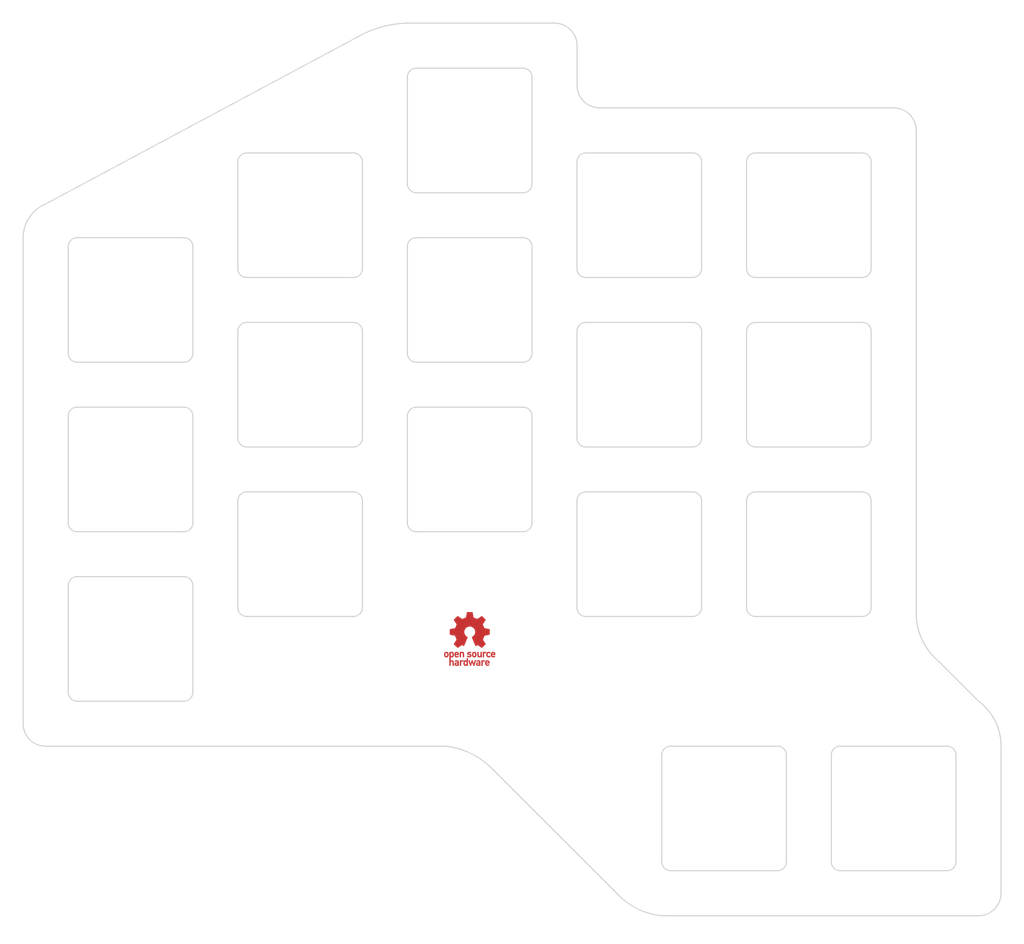
<source format=kicad_pcb>
(kicad_pcb (version 20211014) (generator pcbnew)
  (title_block (title "Pragmatic 5x6 input module") (date "2022-03-22") (rev "3") (company "James Sa"))
  (layers (0 "F.Cu" signal) (31 "B.Cu" signal) (34 "B.Paste" user) (35 "F.Paste" user) (36 "B.SilkS" user "B.Silkscreen") (37 "F.SilkS" user "F.Silkscreen") (38 "B.Mask" user) (39 "F.Mask" user) (44 "Edge.Cuts" user))
  (net 0 "")
  (footprint "Keyboard_JSA:Switch_Hole_Cutout_w_Deco" (layer "F.Cu") (at 57.15 76.2)
    (fp_text reference "SW1" hide)
    (fp_text value "SW_Push" hide)
    (fp_line (start -6 -7) (end 6 -7) (layer "Edge.Cuts") (width 0.12))
    (fp_line (start -6 7) (end 6 7) (layer "Edge.Cuts") (width 0.12))
    (fp_line (start 7 6) (end 7 -6) (layer "Edge.Cuts") (width 0.12))
    (fp_line (start -7 6) (end -7 -6) (layer "Edge.Cuts") (width 0.12))
    (fp_arc (start -7 -6) (mid -6.707107 -6.707107) (end -6 -7) (layer "Edge.Cuts") (width 0.12))
    (fp_arc (start 6 -7) (mid 6.707107 -6.707107) (end 7 -6) (layer "Edge.Cuts") (width 0.12))
    (fp_arc (start -6 7) (mid -6.707107 6.707107) (end -7 6) (layer "Edge.Cuts") (width 0.12))
    (fp_arc (start 7 6) (mid 6.707107 6.707107) (end 6 7) (layer "Edge.Cuts") (width 0.12))
  )
  (footprint "Keyboard_JSA:Switch_Hole_Cutout_w_Deco" (layer "F.Cu") (at 57.15 95.25)
    (fp_text reference "SW7" hide)
    (fp_text value "SW_Push" hide)
    (fp_line (start -6 -7) (end 6 -7) (layer "Edge.Cuts") (width 0.12))
    (fp_line (start 7 6) (end 7 -6) (layer "Edge.Cuts") (width 0.12))
    (fp_line (start -7 6) (end -7 -6) (layer "Edge.Cuts") (width 0.12))
    (fp_line (start -6 7) (end 6 7) (layer "Edge.Cuts") (width 0.12))
    (fp_arc (start 6 -7) (mid 6.707107 -6.707107) (end 7 -6) (layer "Edge.Cuts") (width 0.12))
    (fp_arc (start -6 7) (mid -6.707107 6.707107) (end -7 6) (layer "Edge.Cuts") (width 0.12))
    (fp_arc (start 7 6) (mid 6.707107 6.707107) (end 6 7) (layer "Edge.Cuts") (width 0.12))
    (fp_arc (start -7 -6) (mid -6.707107 -6.707107) (end -6 -7) (layer "Edge.Cuts") (width 0.12))
  )
  (footprint "Keyboard_JSA:Switch_Hole_Cutout_w_Deco" (layer "F.Cu") (at 76.2 85.725)
    (fp_text reference "SW8" hide)
    (fp_text value "SW_Push" hide)
    (fp_line (start -6 -7) (end 6 -7) (layer "Edge.Cuts") (width 0.12))
    (fp_line (start 7 6) (end 7 -6) (layer "Edge.Cuts") (width 0.12))
    (fp_line (start -6 7) (end 6 7) (layer "Edge.Cuts") (width 0.12))
    (fp_line (start -7 6) (end -7 -6) (layer "Edge.Cuts") (width 0.12))
    (fp_arc (start -6 7) (mid -6.707107 6.707107) (end -7 6) (layer "Edge.Cuts") (width 0.12))
    (fp_arc (start 7 6) (mid 6.707107 6.707107) (end 6 7) (layer "Edge.Cuts") (width 0.12))
    (fp_arc (start -7 -6) (mid -6.707107 -6.707107) (end -6 -7) (layer "Edge.Cuts") (width 0.12))
    (fp_arc (start 6 -7) (mid 6.707107 -6.707107) (end 7 -6) (layer "Edge.Cuts") (width 0.12))
  )
  (footprint "Keyboard_JSA:Switch_Hole_Cutout_w_Deco" (layer "F.Cu") (at 76.2 66.675)
    (fp_text reference "SW2" hide)
    (fp_text value "SW_Push" hide)
    (fp_line (start -6 7) (end 6 7) (layer "Edge.Cuts") (width 0.12))
    (fp_line (start -6 -7) (end 6 -7) (layer "Edge.Cuts") (width 0.12))
    (fp_line (start -7 6) (end -7 -6) (layer "Edge.Cuts") (width 0.12))
    (fp_line (start 7 6) (end 7 -6) (layer "Edge.Cuts") (width 0.12))
    (fp_arc (start -7 -6) (mid -6.707107 -6.707107) (end -6 -7) (layer "Edge.Cuts") (width 0.12))
    (fp_arc (start -6 7) (mid -6.707107 6.707107) (end -7 6) (layer "Edge.Cuts") (width 0.12))
    (fp_arc (start 6 -7) (mid 6.707107 -6.707107) (end 7 -6) (layer "Edge.Cuts") (width 0.12))
    (fp_arc (start 7 6) (mid 6.707107 6.707107) (end 6 7) (layer "Edge.Cuts") (width 0.12))
  )
  (footprint "Keyboard_JSA:Switch_Hole_Cutout_w_Deco" (layer "F.Cu") (at 95.25 57.15)
    (fp_text reference "SW3" hide)
    (fp_text value "SW_Push" hide)
    (fp_line (start -6 -7) (end 6 -7) (layer "Edge.Cuts") (width 0.12))
    (fp_line (start -7 6) (end -7 -6) (layer "Edge.Cuts") (width 0.12))
    (fp_line (start 7 6) (end 7 -6) (layer "Edge.Cuts") (width 0.12))
    (fp_line (start -6 7) (end 6 7) (layer "Edge.Cuts") (width 0.12))
    (fp_arc (start -7 -6) (mid -6.707107 -6.707107) (end -6 -7) (layer "Edge.Cuts") (width 0.12))
    (fp_arc (start 7 6) (mid 6.707107 6.707107) (end 6 7) (layer "Edge.Cuts") (width 0.12))
    (fp_arc (start -6 7) (mid -6.707107 6.707107) (end -7 6) (layer "Edge.Cuts") (width 0.12))
    (fp_arc (start 6 -7) (mid 6.707107 -6.707107) (end 7 -6) (layer "Edge.Cuts") (width 0.12))
  )
  (footprint "Keyboard_JSA:Switch_Hole_Cutout_w_Deco" (layer "F.Cu") (at 114.3 66.675)
    (fp_text reference "SW4" hide)
    (fp_text value "SW_Push" hide)
    (fp_line (start -6 -7) (end 6 -7) (layer "Edge.Cuts") (width 0.12))
    (fp_line (start -6 7) (end 6 7) (layer "Edge.Cuts") (width 0.12))
    (fp_line (start -7 6) (end -7 -6) (layer "Edge.Cuts") (width 0.12))
    (fp_line (start 7 6) (end 7 -6) (layer "Edge.Cuts") (width 0.12))
    (fp_arc (start -7 -6) (mid -6.707107 -6.707107) (end -6 -7) (layer "Edge.Cuts") (width 0.12))
    (fp_arc (start -6 7) (mid -6.707107 6.707107) (end -7 6) (layer "Edge.Cuts") (width 0.12))
    (fp_arc (start 6 -7) (mid 6.707107 -6.707107) (end 7 -6) (layer "Edge.Cuts") (width 0.12))
    (fp_arc (start 7 6) (mid 6.707107 6.707107) (end 6 7) (layer "Edge.Cuts") (width 0.12))
  )
  (footprint "Keyboard_JSA:Switch_Hole_Cutout_w_Deco" (layer "F.Cu") (at 133.35 66.675)
    (fp_text reference "SW5" hide)
    (fp_text value "SW_Push" hide)
    (fp_line (start -6 -7) (end 6 -7) (layer "Edge.Cuts") (width 0.12))
    (fp_line (start -6 7) (end 6 7) (layer "Edge.Cuts") (width 0.12))
    (fp_line (start 7 6) (end 7 -6) (layer "Edge.Cuts") (width 0.12))
    (fp_line (start -7 6) (end -7 -6) (layer "Edge.Cuts") (width 0.12))
    (fp_arc (start 7 6) (mid 6.707107 6.707107) (end 6 7) (layer "Edge.Cuts") (width 0.12))
    (fp_arc (start -6 7) (mid -6.707107 6.707107) (end -7 6) (layer "Edge.Cuts") (width 0.12))
    (fp_arc (start 6 -7) (mid 6.707107 -6.707107) (end 7 -6) (layer "Edge.Cuts") (width 0.12))
    (fp_arc (start -7 -6) (mid -6.707107 -6.707107) (end -6 -7) (layer "Edge.Cuts") (width 0.12))
  )
  (footprint "Keyboard_JSA:Switch_Hole_Cutout_w_Deco" (layer "F.Cu") (at 95.25 76.2)
    (fp_text reference "SW9" hide)
    (fp_text value "SW_Push" hide)
    (fp_line (start 7 6) (end 7 -6) (layer "Edge.Cuts") (width 0.12))
    (fp_line (start -6 -7) (end 6 -7) (layer "Edge.Cuts") (width 0.12))
    (fp_line (start -6 7) (end 6 7) (layer "Edge.Cuts") (width 0.12))
    (fp_line (start -7 6) (end -7 -6) (layer "Edge.Cuts") (width 0.12))
    (fp_arc (start -7 -6) (mid -6.707107 -6.707107) (end -6 -7) (layer "Edge.Cuts") (width 0.12))
    (fp_arc (start 6 -7) (mid 6.707107 -6.707107) (end 7 -6) (layer "Edge.Cuts") (width 0.12))
    (fp_arc (start 7 6) (mid 6.707107 6.707107) (end 6 7) (layer "Edge.Cuts") (width 0.12))
    (fp_arc (start -6 7) (mid -6.707107 6.707107) (end -7 6) (layer "Edge.Cuts") (width 0.12))
  )
  (footprint "Keyboard_JSA:Switch_Hole_Cutout_w_Deco" (layer "F.Cu") (at 114.3 85.725)
    (fp_text reference "SW10" hide)
    (fp_text value "SW_Push" hide)
    (fp_line (start -7 6) (end -7 -6) (layer "Edge.Cuts") (width 0.12))
    (fp_line (start -6 7) (end 6 7) (layer "Edge.Cuts") (width 0.12))
    (fp_line (start -6 -7) (end 6 -7) (layer "Edge.Cuts") (width 0.12))
    (fp_line (start 7 6) (end 7 -6) (layer "Edge.Cuts") (width 0.12))
    (fp_arc (start -6 7) (mid -6.707107 6.707107) (end -7 6) (layer "Edge.Cuts") (width 0.12))
    (fp_arc (start -7 -6) (mid -6.707107 -6.707107) (end -6 -7) (layer "Edge.Cuts") (width 0.12))
    (fp_arc (start 7 6) (mid 6.707107 6.707107) (end 6 7) (layer "Edge.Cuts") (width 0.12))
    (fp_arc (start 6 -7) (mid 6.707107 -6.707107) (end 7 -6) (layer "Edge.Cuts") (width 0.12))
  )
  (footprint "Keyboard_JSA:Switch_Hole_Cutout_w_Deco" (layer "F.Cu") (at 133.35 85.725)
    (fp_text reference "SW11" hide)
    (fp_text value "SW_Push" hide)
    (fp_line (start -7 6) (end -7 -6) (layer "Edge.Cuts") (width 0.12))
    (fp_line (start -6 -7) (end 6 -7) (layer "Edge.Cuts") (width 0.12))
    (fp_line (start 7 6) (end 7 -6) (layer "Edge.Cuts") (width 0.12))
    (fp_line (start -6 7) (end 6 7) (layer "Edge.Cuts") (width 0.12))
    (fp_arc (start -6 7) (mid -6.707107 6.707107) (end -7 6) (layer "Edge.Cuts") (width 0.12))
    (fp_arc (start -7 -6) (mid -6.707107 -6.707107) (end -6 -7) (layer "Edge.Cuts") (width 0.12))
    (fp_arc (start 6 -7) (mid 6.707107 -6.707107) (end 7 -6) (layer "Edge.Cuts") (width 0.12))
    (fp_arc (start 7 6) (mid 6.707107 6.707107) (end 6 7) (layer "Edge.Cuts") (width 0.12))
  )
  (footprint "Keyboard_JSA:Switch_Hole_Cutout_w_Deco" (layer "F.Cu") (at 57.15 114.3)
    (fp_text reference "SW13" hide)
    (fp_text value "SW_Push" hide)
    (fp_line (start -6 7) (end 6 7) (layer "Edge.Cuts") (width 0.12))
    (fp_line (start -7 6) (end -7 -6) (layer "Edge.Cuts") (width 0.12))
    (fp_line (start -6 -7) (end 6 -7) (layer "Edge.Cuts") (width 0.12))
    (fp_line (start 7 6) (end 7 -6) (layer "Edge.Cuts") (width 0.12))
    (fp_arc (start -7 -6) (mid -6.707107 -6.707107) (end -6 -7) (layer "Edge.Cuts") (width 0.12))
    (fp_arc (start 6 -7) (mid 6.707107 -6.707107) (end 7 -6) (layer "Edge.Cuts") (width 0.12))
    (fp_arc (start -6 7) (mid -6.707107 6.707107) (end -7 6) (layer "Edge.Cuts") (width 0.12))
    (fp_arc (start 7 6) (mid 6.707107 6.707107) (end 6 7) (layer "Edge.Cuts") (width 0.12))
  )
  (footprint "Keyboard_JSA:Switch_Hole_Cutout_w_Deco" (layer "F.Cu") (at 76.2 104.775)
    (fp_text reference "SW14" hide)
    (fp_text value "SW_Push" hide)
    (fp_line (start 7 6) (end 7 -6) (layer "Edge.Cuts") (width 0.12))
    (fp_line (start -7 6) (end -7 -6) (layer "Edge.Cuts") (width 0.12))
    (fp_line (start -6 7) (end 6 7) (layer "Edge.Cuts") (width 0.12))
    (fp_line (start -6 -7) (end 6 -7) (layer "Edge.Cuts") (width 0.12))
    (fp_arc (start 7 6) (mid 6.707107 6.707107) (end 6 7) (layer "Edge.Cuts") (width 0.12))
    (fp_arc (start -6 7) (mid -6.707107 6.707107) (end -7 6) (layer "Edge.Cuts") (width 0.12))
    (fp_arc (start -7 -6) (mid -6.707107 -6.707107) (end -6 -7) (layer "Edge.Cuts") (width 0.12))
    (fp_arc (start 6 -7) (mid 6.707107 -6.707107) (end 7 -6) (layer "Edge.Cuts") (width 0.12))
  )
  (footprint "Keyboard_JSA:Switch_Hole_Cutout_w_Deco" (layer "F.Cu") (at 95.25 95.25)
    (fp_text reference "SW15" hide)
    (fp_text value "SW_Push" hide)
    (fp_line (start -6 7) (end 6 7) (layer "Edge.Cuts") (width 0.12))
    (fp_line (start -6 -7) (end 6 -7) (layer "Edge.Cuts") (width 0.12))
    (fp_line (start 7 6) (end 7 -6) (layer "Edge.Cuts") (width 0.12))
    (fp_line (start -7 6) (end -7 -6) (layer "Edge.Cuts") (width 0.12))
    (fp_arc (start -6 7) (mid -6.707107 6.707107) (end -7 6) (layer "Edge.Cuts") (width 0.12))
    (fp_arc (start 7 6) (mid 6.707107 6.707107) (end 6 7) (layer "Edge.Cuts") (width 0.12))
    (fp_arc (start 6 -7) (mid 6.707107 -6.707107) (end 7 -6) (layer "Edge.Cuts") (width 0.12))
    (fp_arc (start -7 -6) (mid -6.707107 -6.707107) (end -6 -7) (layer "Edge.Cuts") (width 0.12))
  )
  (footprint "Keyboard_JSA:Switch_Hole_Cutout_w_Deco" (layer "F.Cu") (at 114.3 104.775)
    (fp_text reference "SW16" hide)
    (fp_text value "SW_Push" hide)
    (fp_line (start -7 6) (end -7 -6) (layer "Edge.Cuts") (width 0.12))
    (fp_line (start 7 6) (end 7 -6) (layer "Edge.Cuts") (width 0.12))
    (fp_line (start -6 7) (end 6 7) (layer "Edge.Cuts") (width 0.12))
    (fp_line (start -6 -7) (end 6 -7) (layer "Edge.Cuts") (width 0.12))
    (fp_arc (start 6 -7) (mid 6.707107 -6.707107) (end 7 -6) (layer "Edge.Cuts") (width 0.12))
    (fp_arc (start -6 7) (mid -6.707107 6.707107) (end -7 6) (layer "Edge.Cuts") (width 0.12))
    (fp_arc (start -7 -6) (mid -6.707107 -6.707107) (end -6 -7) (layer "Edge.Cuts") (width 0.12))
    (fp_arc (start 7 6) (mid 6.707107 6.707107) (end 6 7) (layer "Edge.Cuts") (width 0.12))
  )
  (footprint "Keyboard_JSA:Switch_Hole_Cutout_w_Deco" (layer "F.Cu") (at 133.35 104.775)
    (fp_text reference "SW17" hide)
    (fp_text value "SW_Push" hide)
    (fp_line (start -7 6) (end -7 -6) (layer "Edge.Cuts") (width 0.12))
    (fp_line (start -6 -7) (end 6 -7) (layer "Edge.Cuts") (width 0.12))
    (fp_line (start 7 6) (end 7 -6) (layer "Edge.Cuts") (width 0.12))
    (fp_line (start -6 7) (end 6 7) (layer "Edge.Cuts") (width 0.12))
    (fp_arc (start -7 -6) (mid -6.707107 -6.707107) (end -6 -7) (layer "Edge.Cuts") (width 0.12))
    (fp_arc (start 7 6) (mid 6.707107 6.707107) (end 6 7) (layer "Edge.Cuts") (width 0.12))
    (fp_arc (start 6 -7) (mid 6.707107 -6.707107) (end 7 -6) (layer "Edge.Cuts") (width 0.12))
    (fp_arc (start -6 7) (mid -6.707107 6.707107) (end -7 6) (layer "Edge.Cuts") (width 0.12))
  )
  (footprint "Keyboard_JSA:Switch_Hole_Cutout_w_Deco" (layer "F.Cu") (at 123.825 133.35)
    (fp_text reference "SW22" hide)
    (fp_text value "SW_Push" hide)
    (fp_line (start -6 7) (end 6 7) (layer "Edge.Cuts") (width 0.12))
    (fp_line (start -6 -7) (end 6 -7) (layer "Edge.Cuts") (width 0.12))
    (fp_line (start 7 6) (end 7 -6) (layer "Edge.Cuts") (width 0.12))
    (fp_line (start -7 6) (end -7 -6) (layer "Edge.Cuts") (width 0.12))
    (fp_arc (start -6 7) (mid -6.707107 6.707107) (end -7 6) (layer "Edge.Cuts") (width 0.12))
    (fp_arc (start 7 6) (mid 6.707107 6.707107) (end 6 7) (layer "Edge.Cuts") (width 0.12))
    (fp_arc (start -7 -6) (mid -6.707107 -6.707107) (end -6 -7) (layer "Edge.Cuts") (width 0.12))
    (fp_arc (start 6 -7) (mid 6.707107 -6.707107) (end 7 -6) (layer "Edge.Cuts") (width 0.12))
  )
  (footprint "Keyboard_JSA:Switch_Hole_Cutout_w_Deco" (layer "F.Cu") (at 142.875 133.35)
    (fp_text reference "SW23" hide)
    (fp_text value "SW_Push" hide)
    (fp_line (start -6 7) (end 6 7) (layer "Edge.Cuts") (width 0.12))
    (fp_line (start 7 6) (end 7 -6) (layer "Edge.Cuts") (width 0.12))
    (fp_line (start -6 -7) (end 6 -7) (layer "Edge.Cuts") (width 0.12))
    (fp_line (start -7 6) (end -7 -6) (layer "Edge.Cuts") (width 0.12))
    (fp_arc (start 6 -7) (mid 6.707107 -6.707107) (end 7 -6) (layer "Edge.Cuts") (width 0.12))
    (fp_arc (start -7 -6) (mid -6.707107 -6.707107) (end -6 -7) (layer "Edge.Cuts") (width 0.12))
    (fp_arc (start 7 6) (mid 6.707107 6.707107) (end 6 7) (layer "Edge.Cuts") (width 0.12))
    (fp_arc (start -6 7) (mid -6.707107 6.707107) (end -7 6) (layer "Edge.Cuts") (width 0.12))
  )
  (footprint "MountingHole:MountingHole_2.5mm" (layer "F.Cu") (at 67.564 76.2)
    (fp_text reference "H1")
    (fp_text value "MountingHole")
    (pad "" np_thru_hole circle (at 0 0) (size 2.5 2.5) (drill 2.5) (layers *.Cu *.Mask))
  )
  (footprint "MountingHole:MountingHole_2.5mm" (layer "F.Cu") (at 65.786 104.775)
    (fp_text reference "H2")
    (fp_text value "MountingHole")
    (pad "" np_thru_hole circle (at 0 0) (size 2.5 2.5) (drill 2.5) (layers *.Cu *.Mask))
  )
  (footprint "MountingHole:MountingHole_2.5mm" (layer "F.Cu") (at 123.825 76.2)
    (fp_text reference "H3")
    (fp_text value "MountingHole")
    (pad "" np_thru_hole circle (at 0 0) (size 2.5 2.5) (drill 2.5) (layers *.Cu *.Mask))
  )
  (footprint "MountingHole:MountingHole_2.5mm" (layer "F.Cu") (at 133.35 123.825)
    (fp_text reference "H4")
    (fp_text value "MountingHole" hide)
    (pad "" np_thru_hole circle (at 0 0) (size 2.5 2.5) (drill 2.5) (layers *.Cu *.Mask))
  )
  (footprint "Symbol:OSHW-Logo_5.7x6mm_Copper" (layer "F.Cu") (at 95.25 114.3)
    (fp_text reference "LOGO1" hide)
    (fp_text value "Logo_Open_Hardware_Small" hide)
    (fp_poly (pts (xy 1.038411 2.405417) (xy 1.091411 2.41829) (xy 1.106731 2.42511) (xy 1.136428 2.442974) (xy 1.15922 2.463093) (xy 1.176083 2.488962) (xy 1.187998 2.524073) (xy 1.195942 2.57192) (xy 1.200894 2.635996) (xy 1.203831 2.719794) (xy 1.204947 2.775768) (xy 1.209052 3.017822) (xy 1.138932 3.017822) (xy 1.096393 3.016038) (xy 1.074476 3.009942) (xy 1.068812 2.999706) (xy 1.065821 2.988637) (xy 1.052451 2.990754) (xy 1.034233 2.999629) (xy 0.988624 3.013233) (xy 0.930007 3.016899) (xy 0.868354 3.010903) (xy 0.813638 2.995521) (xy 0.80873 2.993386) (xy 0.758723 2.958255) (xy 0.725756 2.909419) (xy 0.710587 2.852333) (xy 0.711746 2.831824) (xy 0.835508 2.831824) (xy 0.846413 2.859425) (xy 0.878745 2.879204) (xy 0.93091 2.889819) (xy 0.958787 2.891228) (xy 1.005247 2.88762) (xy 1.036129 2.873597) (xy 1.043664 2.866931) (xy 1.064076 2.830666) (xy 1.068812 2.797773) (xy 1.068812 2.753763) (xy 1.007513 2.753763) (xy 0.936256 2.757395) (xy 0.886276 2.768818) (xy 0.854696 2.788824) (xy 0.847626 2.797743) (xy 0.835508 2.831824) (xy 0.711746 2.831824) (xy 0.713971 2.792456) (xy 0.736663 2.735244) (xy 0.767624 2.69658) (xy 0.786376 2.679864) (xy 0.804733 2.668878) (xy 0.828619 2.66218) (xy 0.863957 2.658326) (xy 0.916669 2.655873) (xy 0.937577 2.655168) (xy 1.068812 2.650879) (xy 1.06862 2.611158) (xy 1.063537 2.569405) (xy 1.045162 2.544158) (xy 1.008039 2.52803) (xy 1.007043 2.527742) (xy 0.95441 2.5214) (xy 0.902906 2.529684) (xy 0.86463 2.549827) (xy 0.849272 2.559773) (xy 0.83273 2.558397) (xy 0.807275 2.543987) (xy 0.792328 2.533817) (xy 0.763091 2.512088) (xy 0.74498 2.4958) (xy 0.742074 2.491137) (xy 0.75404 2.467005) (xy 0.789396 2.438185) (xy 0.804753 2.428461) (xy 0.848901 2.411714) (xy 0.908398 2.402227) (xy 0.974487 2.400095) (xy 1.038411 2.405417)) (layer "F.Cu") (width 0.01) (fill solid))
    (fp_poly (pts (xy 1.635255 2.401486) (xy 1.683595 2.411015) (xy 1.711114 2.425125) (xy 1.740064 2.448568) (xy 1.698876 2.500571) (xy 1.673482 2.532064) (xy 1.656238 2.547428) (xy 1.639102 2.549776) (xy 1.614027 2.542217) (xy 1.602257 2.537941) (xy 1.55427 2.531631) (xy 1.510324 2.545156) (xy 1.47806 2.57571) (xy 1.472819 2.585452) (xy 1.467112 2.611258) (xy 1.462706 2.658817) (xy 1.459811 2.724758) (xy 1.458631 2.80571) (xy 1.458614 2.817226) (xy 1.458614 3.017822) (xy 1.320297 3.017822) (xy 1.320297 2.401683) (xy 1.389456 2.401683) (xy 1.429333 2.402725) (xy 1.450107 2.407358) (xy 1.457789 2.417849) (xy 1.458614 2.427745) (xy 1.458614 2.453806) (xy 1.491745 2.427745) (xy 1.529735 2.409965) (xy 1.58077 2.401174) (xy 1.635255 2.401486)) (layer "F.Cu") (width 0.01) (fill solid))
    (fp_poly (pts (xy -0.754012 1.469002) (xy -0.722717 1.48395) (xy -0.692409 1.505541) (xy -0.669318 1.530391) (xy -0.6525 1.562087) (xy -0.641006 1.604214) (xy -0.633891 1.660358) (xy -0.630207 1.734106) (xy -0.629008 1.829044) (xy -0.628989 1.838985) (xy -0.628713 2.062179) (xy -0.76703 2.062179) (xy -0.76703 1.856418) (xy -0.767128 1.780189) (xy -0.767809 1.724939) (xy -0.769651 1.686501) (xy -0.773233 1.660706) (xy -0.779132 1.643384) (xy -0.787927 1.630368) (xy -0.80018 1.617507) (xy -0.843047 1.589873) (xy -0.889843 1.584745) (xy -0.934424 1.602217) (xy -0.949928 1.615221) (xy -0.96131 1.627447) (xy -0.969481 1.64054) (xy -0.974974 1.658615) (xy -0.97832 1.685787) (xy -0.980051 1.72617) (xy -0.980697 1.783879) (xy -0.980792 1.854132) (xy -0.980792 2.062179) (xy -1.119109 2.062179) (xy -1.119109 1.458614) (xy -1.04995 1.458614) (xy -1.008428 1.460256) (xy -0.987006 1.466087) (xy -0.980795 1.477461) (xy -0.980792 1.477798) (xy -0.97791 1.488938) (xy -0.965199 1.487674) (xy -0.939926 1.475434) (xy -0.882605 1.457424) (xy -0.817037 1.455421) (xy -0.754012 1.469002)) (layer "F.Cu") (width 0.01) (fill solid))
    (fp_poly (pts (xy -1.356699 1.472614) (xy -1.344168 1.478514) (xy -1.300799 1.510283) (xy -1.25979 1.556646) (xy -1.229168 1.607696) (xy -1.220459 1.631166) (xy -1.212512 1.673091) (xy -1.207774 1.723757) (xy -1.207199 1.744679) (xy -1.207129 1.810693) (xy -1.587083 1.810693) (xy -1.578983 1.845273) (xy -1.559104 1.88617) (xy -1.524347 1.921514) (xy -1.482998 1.944282) (xy -1.456649 1.94901) (xy -1.420916 1.943273) (xy -1.378282 1.928882) (xy -1.363799 1.922262) (xy -1.31024 1.895513) (xy -1.264533 1.930376) (xy -1.238158 1.953955) (xy -1.224124 1.973417) (xy -1.223414 1.979129) (xy -1.235951 1.992973) (xy -1.263428 2.014012) (xy -1.288366 2.030425) (xy -1.355664 2.05993) (xy -1.43111 2.073284) (xy -1.505888 2.069812) (xy -1.565495 2.051663) (xy -1.626941 2.012784) (xy -1.670608 1.961595) (xy -1.697926 1.895367) (xy -1.710322 1.811371) (xy -1.711421 1.772936) (xy -1.707022 1.684861) (xy -1.706482 1.682299) (xy -1.580582 1.682299) (xy -1.577115 1.690558) (xy -1.562863 1.695113) (xy -1.53347 1.697065) (xy -1.484575 1.697517) (xy -1.465748 1.697525) (xy -1.408467 1.696843) (xy -1.372141 1.694364) (xy -1.352604 1.689443) (xy -1.34569 1.681434) (xy -1.345445 1.678862) (xy -1.353336 1.658423) (xy -1.373085 1.629789) (xy -1.381575 1.619763) (xy -1.413094 1.591408) (xy -1.445949 1.580259) (xy -1.463651 1.579327) (xy -1.511539 1.590981) (xy -1.551699 1.622285) (xy -1.577173 1.667752) (xy -1.577625 1.669233) (xy -1.580582 1.682299) (xy -1.706482 1.682299) (xy -1.692392 1.61551) (xy -1.666038 1.560025) (xy -1.633807 1.520639) (xy -1.574217 1.477931) (xy -1.504168 1.455109) (xy -1.429661 1.453046) (xy -1.356699 1.472614)) (layer "F.Cu") (width 0.01) (fill solid))
    (fp_poly (pts (xy 2.677898 1.456457) (xy 2.710096 1.464279) (xy 2.771825 1.492921) (xy 2.82461 1.536667) (xy 2.861141 1.589117) (xy 2.86616 1.600893) (xy 2.873045 1.63174) (xy 2.877864 1.677371) (xy 2.879505 1.723492) (xy 2.879505 1.810693) (xy 2.697178 1.810693) (xy 2.621979 1.810978) (xy 2.569003 1.812704) (xy 2.535325 1.817181) (xy 2.51802 1.82572) (xy 2.514163 1.83963) (xy 2.520829 1.860222) (xy 2.53277 1.884315) (xy 2.56608 1.924525) (xy 2.612368 1.944558) (xy 2.668944 1.943905) (xy 2.733031 1.922101) (xy 2.788417 1.895193) (xy 2.834375 1.931532) (xy 2.880333 1.967872) (xy 2.837096 2.007819) (xy 2.779374 2.045563) (xy 2.708386 2.06832) (xy 2.632029 2.074688) (xy 2.558199 2.063268) (xy 2.546287 2.059393) (xy 2.481399 2.025506) (xy 2.43313 1.974986) (xy 2.400465 1.906325) (xy 2.382385 1.818014) (xy 2.382175 1.816121) (xy 2.380556 1.719878) (xy 2.3871 1.685542) (xy 2.514852 1.685542) (xy 2.526584 1.690822) (xy 2.558438 1.694867) (xy 2.605397 1.697176) (xy 2.635154 1.697525) (xy 2.690648 1.697306) (xy 2.725346 1.695916) (xy 2.743601 1.692251) (xy 2.749766 1.68521) (xy 2.748195 1.67369) (xy 2.746878 1.669233) (xy 2.724382 1.627355) (xy 2.689003 1.593604) (xy 2.65778 1.578773) (xy 2.616301 1.579668) (xy 2.574269 1.598164) (xy 2.539012 1.628786) (xy 2.517854 1.666062) (xy 2.514852 1.685542) (xy 2.3871 1.685542) (xy 2.39669 1.635229) (xy 2.428698 1.564191) (xy 2.474701 1.508779) (xy 2.532821 1.471009) (xy 2.60118 1.452896) (xy 2.677898 1.456457)) (layer "F.Cu") (width 0.01) (fill solid))
    (fp_poly (pts (xy 0.014017 1.456452) (xy 0.061634 1.465482) (xy 0.111034 1.48437) (xy 0.116312 1.486777) (xy 0.153774 1.506476) (xy 0.179717 1.524781) (xy 0.188103 1.536508) (xy 0.180117 1.555632) (xy 0.16072 1.58385) (xy 0.15211 1.594384) (xy 0.116628 1.635847) (xy 0.070885 1.608858) (xy 0.02735 1.590878) (xy -0.02295 1.581267) (xy -0.071188 1.58066) (xy -0.108533 1.589691) (xy -0.117495 1.595327) (xy -0.134563 1.621171) (xy -0.136637 1.650941) (xy -0.123866 1.674197) (xy -0.116312 1.678708) (xy -0.093675 1.684309) (xy -0.053885 1.690892) (xy -0.004834 1.697183) (xy 0.004215 1.69817) (xy 0.082996 1.711798) (xy 0.140136 1.734946) (xy 0.17803 1.769752) (xy 0.199079 1.818354) (xy 0.205635 1.877718) (xy 0.196577 1.945198) (xy 0.167164 1.998188) (xy 0.117278 2.036783) (xy 0.0468 2.061081) (xy -0.031435 2.070667) (xy -0.095234 2.070552) (xy -0.146984 2.061845) (xy -0.182327 2.049825) (xy -0.226983 2.02888) (xy -0.268253 2.004574) (xy -0.282921 1.993876) (xy -0.320643 1.963084) (xy -0.275148 1.917049) (xy -0.229653 1.871013) (xy -0.177928 1.905243) (xy -0.126048 1.930952) (xy -0.070649 1.944399) (xy -0.017395 1.945818) (xy 0.028049 1.935443) (xy 0.060016 1.913507) (xy 0.070338 1.894998) (xy 0.068789 1.865314) (xy 0.04314 1.842615) (xy -0.00654 1.82694) (xy -0.060969 1.819695) (xy -0.144736 1.805873) (xy -0.206967 1.779796) (xy -0.248493 1.740699) (xy -0.270147 1.68782) (xy -0.273147 1.625126) (xy -0.258329 1.559642) (xy -0.224546 1.510144) (xy -0.171495 1.476408) (xy -0.098874 1.458207) (xy -0.045072 1.454639) (xy 0.014017 1.456452)) (layer "F.Cu") (width 0.01) (fill solid))
    (fp_poly (pts (xy 2.032581 2.40497) (xy 2.092685 2.420597) (xy 2.143021 2.452848) (xy 2.167393 2.47694) (xy 2.207345 2.533895) (xy 2.230242 2.599965) (xy 2.238108 2.681182) (xy 2.238148 2.687748) (xy 2.238218 2.753763) (xy 1.858264 2.753763) (xy 1.866363 2.788342) (xy 1.880987 2.819659) (xy 1.906581 2.852291) (xy 1.911935 2.8575) (xy 1.957943 2.885694) (xy 2.01041 2.890475) (xy 2.070803 2.871926) (xy 2.08104 2.866931) (xy 2.112439 2.851745) (xy 2.13347 2.843094) (xy 2.137139 2.842293) (xy 2.149948 2.850063) (xy 2.174378 2.869072) (xy 2.186779 2.87946) (xy 2.212476 2.903321) (xy 2.220915 2.919077) (xy 2.215058 2.933571) (xy 2.211928 2.937534) (xy 2.190725 2.954879) (xy 2.155738 2.975959) (xy 2.131337 2.988265) (xy 2.062072 3.009946) (xy 1.985388 3.016971) (xy 1.912765 3.008647) (xy 1.892426 3.002686) (xy 1.829476 2.968952) (xy 1.782815 2.917045) (xy 1.752173 2.846459) (xy 1.737282 2.756692) (xy 1.735647 2.709753) (xy 1.740421 2.641413) (xy 1.86099 2.641413) (xy 1.872652 2.646465) (xy 1.903998 2.650429) (xy 1.949571 2.652768) (xy 1.980446 2.653169) (xy 2.035981 2.652783) (xy 2.071033 2.650975) (xy 2.090262 2.646773) (xy 2.09833 2.639203) (xy 2.099901 2.628218) (xy 2.089121 2.594381) (xy 2.06198 2.56094) (xy 2.026277 2.535272) (xy 1.99056 2.524772) (xy 1.942048 2.534086) (xy 1.900053 2.561013) (xy 1.870936 2.599827) (xy 1.86099 2.641413) (xy 1.740421 2.641413) (xy 1.742599 2.610236) (xy 1.764055 2.530949) (xy 1.80047 2.471263) (xy 1.852297 2.430549) (xy 1.91999 2.408179) (xy 1.956662 2.403871) (xy 2.032581 2.40497)) (layer "F.Cu") (width 0.01) (fill solid))
    (fp_poly (pts (xy -2.538261 1.465148) (xy -2.472479 1.494231) (xy -2.42254 1.542793) (xy -2.388374 1.610908) (xy -2.369907 1.698651) (xy -2.368583 1.712351) (xy -2.367546 1.808939) (xy -2.380993 1.893602) (xy -2.408108 1.962221) (xy -2.422627 1.984294) (xy -2.473201 2.031011) (xy -2.537609 2.061268) (xy -2.609666 2.073824) (xy -2.683185 2.067439) (xy -2.739072 2.047772) (xy -2.787132 2.014629) (xy -2.826412 1.971175) (xy -2.827092 1.970158) (xy -2.843044 1.943338) (xy -2.85341 1.916368) (xy -2.859688 1.882332) (xy -2.863373 1.83431) (xy -2.864997 1.794931) (xy -2.865672 1.759219) (xy -2.739955 1.759219) (xy -2.738726 1.79477) (xy -2.734266 1.842094) (xy -2.726397 1.872465) (xy -2.712207 1.894072) (xy -2.698917 1.906694) (xy -2.651802 1.933122) (xy -2.602505 1.936653) (xy -2.556593 1.917639) (xy -2.533638 1.896331) (xy -2.517096 1.874859) (xy -2.507421 1.854313) (xy -2.503174 1.827574) (xy -2.50292 1.787523) (xy -2.504228 1.750638) (xy -2.507043 1.697947) (xy -2.511505 1.663772) (xy -2.519548 1.64148) (xy -2.533103 1.624442) (xy -2.543845 1.614703) (xy -2.588777 1.589123) (xy -2.637249 1.587847) (xy -2.677894 1.602999) (xy -2.712567 1.634642) (xy -2.733224 1.68662) (xy -2.739955 1.759219) (xy -2.865672 1.759219) (xy -2.866479 1.716621) (xy -2.863948 1.658056) (xy -2.856362 1.614007) (xy -2.842681 1.579248) (xy -2.821865 1.548551) (xy -2.814147 1.539436) (xy -2.765889 1.494021) (xy -2.714128 1.467493) (xy -2.650828 1.456379) (xy -2.619961 1.455471) (xy -2.538261 1.465148)) (layer "F.Cu") (width 0.01) (fill solid))
    (fp_poly (pts (xy 0.993367 1.654342) (xy 0.994555 1.746563) (xy 0.998897 1.81661) (xy 1.007558 1.867381) (xy 1.021704 1.901772) (xy 1.0425 1.922679) (xy 1.07111 1.933) (xy 1.106535 1.935636) (xy 1.143636 1.932682) (xy 1.171818 1.921889) (xy 1.192243 1.90036) (xy 1.206079 1.865199) (xy 1.214491 1.81351) (xy 1.218643 1.742394) (xy 1.219703 1.654342) (xy 1.219703 1.458614) (xy 1.35802 1.458614) (xy 1.35802 2.062179) (xy 1.288862 2.062179) (xy 1.24717 2.060489) (xy 1.225701 2.054556) (xy 1.219703 2.043293) (xy 1.216091 2.033261) (xy 1.201714 2.035383) (xy 1.172736 2.04958) (xy 1.106319 2.07148) (xy 1.035875 2.069928) (xy 0.968377 2.046147) (xy 0.936233 2.027362) (xy 0.911715 2.007022) (xy 0.893804 1.981573) (xy 0.881479 1.947458) (xy 0.873723 1.901121) (xy 0.869516 1.839007) (xy 0.86784 1.757561) (xy 0.867624 1.694578) (xy 0.867624 1.458614) (xy 0.993367 1.458614) (xy 0.993367 1.654342)) (layer "F.Cu") (width 0.01) (fill solid))
    (fp_poly (pts (xy 0.281524 2.404237) (xy 0.331255 2.407971) (xy 0.461291 2.797773) (xy 0.481678 2.728614) (xy 0.493946 2.685874) (xy 0.510085 2.628115) (xy 0.527512 2.564625) (xy 0.536726 2.53057) (xy 0.571388 2.401683) (xy 0.714391 2.401683) (xy 0.671646 2.536857) (xy 0.650596 2.603342) (xy 0.625167 2.683539) (xy 0.59861 2.767193) (xy 0.574902 2.841782) (xy 0.520902 3.011535) (xy 0.462598 3.015328) (xy 0.404295 3.019122) (xy 0.372679 2.914734) (xy 0.353182 2.849889) (xy 0.331904 2.7784) (xy 0.313308 2.715263) (xy 0.312574 2.71275) (xy 0.298684 2.669969) (xy 0.286429 2.640779) (xy 0.277846 2.629741) (xy 0.276082 2.631018) (xy 0.269891 2.64813) (xy 0.258128 2.684787) (xy 0.242225 2.736378) (xy 0.223614 2.798294) (xy 0.213543 2.832352) (xy 0.159007 3.017822) (xy 0.043264 3.017822) (xy -0.049263 2.725471) (xy -0.075256 2.643462) (xy -0.098934 2.568987) (xy -0.11918 2.505544) (xy -0.134874 2.456632) (xy -0.144898 2.425749) (xy -0.147945 2.416726) (xy -0.145533 2.407487) (xy -0.126592 2.403441) (xy -0.087177 2.403846) (xy -0.081007 2.404152) (xy -0.007914 2.407971) (xy 0.039957 2.58401) (xy 0.057553 2.648211) (xy 0.073277 2.704649) (xy 0.085746 2.748422) (xy 0.093574 2.77463) (xy 0.09502 2.778903) (xy 0.101014 2.77399) (xy 0.113101 2.748532) (xy 0.129893 2.705997) (xy 0.150003 2.64985) (xy 0.167003 2.59913) (xy 0.231794 2.400504) (xy 0.281524 2.404237)) (layer "F.Cu") (width 0.01) (fill solid))
    (fp_poly (pts (xy 0.610762 1.466055) (xy 0.674363 1.500692) (xy 0.724123 1.555372) (xy 0.747568 1.599842) (xy 0.757634 1.639121) (xy 0.764156 1.695116) (xy 0.766951 1.759621) (xy 0.765836 1.824429) (xy 0.760626 1.881334) (xy 0.754541 1.911727) (xy 0.734014 1.953306) (xy 0.698463 1.997468) (xy 0.655619 2.036087) (xy 0.613211 2.061034) (xy 0.612177 2.06143) (xy 0.559553 2.072331) (xy 0.497188 2.072601) (xy 0.437924 2.062676) (xy 0.41504 2.054722) (xy 0.356102 2.0213) (xy 0.31389 1.977511) (xy 0.286156 1.919538) (xy 0.270651 1.843565) (xy 0.267143 1.803771) (xy 0.26759 1.753766) (xy 0.402376 1.753766) (xy 0.406917 1.826732) (xy 0.419986 1.882334) (xy 0.440756 1.917861) (xy 0.455552 1.92802) (xy 0.493464 1.935104) (xy 0.538527 1.933007) (xy 0.577487 1.922812) (xy 0.587704 1.917204) (xy 0.614659 1.884538) (xy 0.632451 1.834545) (xy 0.640024 1.773705) (xy 0.636325 1.708497) (xy 0.628057 1.669253) (xy 0.60432 1.623805) (xy 0.566849 1.595396) (xy 0.52172 1.585573) (xy 0.475011 1.595887) (xy 0.439132 1.621112) (xy 0.420277 1.641925) (xy 0.409272 1.662439) (xy 0.404026 1.690203) (xy 0.402449 1.732762) (xy 0.402376 1.753766) (xy 0.26759 1.753766) (xy 0.268094 1.69758) (xy 0.285388 1.610501) (xy 0.319029 1.54253) (xy 0.369018 1.493664) (xy 0.435356 1.463899) (xy 0.449601 1.460448) (xy 0.53521 1.452345) (xy 0.610762 1.466055)) (layer "F.Cu") (width 0.01) (fill solid))
    (fp_poly (pts (xy -1.38421 2.406555) (xy -1.325055 2.422339) (xy -1.280023 2.450948) (xy -1.248246 2.488419) (xy -1.238366 2.504411) (xy -1.231073 2.521163) (xy -1.225974 2.542592) (xy -1.222679 2.572616) (xy -1.220797 2.615154) (xy -1.219937 2.674122) (xy -1.219707 2.75344) (xy -1.219703 2.774484) (xy -1.219703 3.017822) (xy -1.280059 3.017822) (xy -1.318557 3.015126) (xy -1.347023 3.008295) (xy -1.354155 3.004083) (xy -1.373652 2.996813) (xy -1.393566 3.004083) (xy -1.426353 3.01316) (xy -1.473978 3.016813) (xy -1.526764 3.015228) (xy -1.575036 3.008589) (xy -1.603218 3.000072) (xy -1.657753 2.965063) (xy -1.691835 2.916479) (xy -1.707157 2.851882) (xy -1.707299 2.850223) (xy -1.705955 2.821566) (xy -1.584356 2.821566) (xy -1.573726 2.854161) (xy -1.55641 2.872505) (xy -1.521652 2.886379) (xy -1.475773 2.891917) (xy -1.428988 2.889191) (xy -1.391514 2.878274) (xy -1.381015 2.871269) (xy -1.362668 2.838904) (xy -1.35802 2.802111) (xy -1.35802 2.753763) (xy -1.427582 2.753763) (xy -1.493667 2.75885) (xy -1.543764 2.773263) (xy -1.574929 2.795729) (xy -1.584356 2.821566) (xy -1.705955 2.821566) (xy -1.703987 2.779647) (xy -1.68071 2.723845) (xy -1.636948 2.681647) (xy -1.630899 2.677808) (xy -1.604907 2.665309) (xy -1.572735 2.65774) (xy -1.52776 2.654061) (xy -1.474331 2.653216) (xy -1.35802 2.653169) (xy -1.35802 2.604411) (xy -1.362953 2.566581) (xy -1.375543 2.541236) (xy -1.377017 2.539887) (xy -1.405034 2.5288) (xy -1.447326 2.524503) (xy -1.494064 2.526615) (xy -1.535418 2.534756) (xy -1.559957 2.546965) (xy -1.573253 2.556746) (xy -1.587294 2.558613) (xy -1.606671 2.5506) (xy -1.635976 2.530739) (xy -1.679803 2.497063) (xy -1.683825 2.493909) (xy -1.681764 2.482236) (xy -1.664568 2.462822) (xy -1.638433 2.441248) (xy -1.609552 2.423096) (xy -1.600478 2.418809) (xy -1.56738 2.410256) (xy -1.51888 2.404155) (xy -1.464695 2.401708) (xy -1.462161 2.401703) (xy -1.38421 2.406555)) (layer "F.Cu") (width 0.01) (fill solid))
    (fp_poly (pts (xy -0.993356 2.40302) (xy -0.974539 2.40866) (xy -0.968473 2.421053) (xy -0.968218 2.426647) (xy -0.967129 2.44223) (xy -0.959632 2.444676) (xy -0.939381 2.433993) (xy -0.927351 2.426694) (xy -0.8894 2.411063) (xy -0.844072 2.403334) (xy -0.796544 2.40274) (xy -0.751995 2.408513) (xy -0.715602 2.419884) (xy -0.692543 2.436088) (xy -0.687996 2.456355) (xy -0.690291 2.461843) (xy -0.70702 2.484626) (xy -0.732963 2.512647) (xy -0.737655 2.517177) (xy -0.762383 2.538005) (xy -0.783718 2.544735) (xy -0.813555 2.540038) (xy -0.825508 2.536917) (xy -0.862705 2.529421) (xy -0.888859 2.532792) (xy -0.910946 2.544681) (xy -0.931178 2.560635) (xy -0.946079 2.5807) (xy -0.956434 2.608702) (xy -0.963029 2.648467) (xy -0.966649 2.703823) (xy -0.968078 2.778594) (xy -0.968218 2.82374) (xy -0.968218 3.017822) (xy -1.09396 3.017822) (xy -1.09396 2.401683) (xy -1.031089 2.401683) (xy -0.993356 2.40302)) (layer "F.Cu") (width 0.01) (fill solid))
    (fp_poly (pts (xy 1.79946 1.45803) (xy 1.842711 1.471245) (xy 1.870558 1.487941) (xy 1.879629 1.501145) (xy 1.877132 1.516797) (xy 1.860931 1.541385) (xy 1.847232 1.5588) (xy 1.818992 1.590283) (xy 1.797775 1.603529) (xy 1.779688 1.602664) (xy 1.726035 1.58901) (xy 1.68663 1.58963) (xy 1.654632 1.605104) (xy 1.64389 1.614161) (xy 1.609505 1.646027) (xy 1.609505 2.062179) (xy 1.471188 2.062179) (xy 1.471188 1.458614) (xy 1.540347 1.458614) (xy 1.581869 1.460256) (xy 1.603291 1.466087) (xy 1.609502 1.477461) (xy 1.609505 1.477798) (xy 1.612439 1.489713) (xy 1.625704 1.488159) (xy 1.644084 1.479563) (xy 1.682046 1.463568) (xy 1.712872 1.453945) (xy 1.752536 1.451478) (xy 1.79946 1.45803)) (layer "F.Cu") (width 0.01) (fill solid))
    (fp_poly (pts (xy -1.908759 1.469184) (xy -1.882247 1.482282) (xy -1.849553 1.505106) (xy -1.825725 1.529996) (xy -1.809406 1.561249) (xy -1.79924 1.603166) (xy -1.793872 1.660044) (xy -1.791944 1.736184) (xy -1.791831 1.768917) (xy -1.792161 1.840656) (xy -1.793527 1.891927) (xy -1.7965 1.927404) (xy -1.801649 1.951763) (xy -1.809543 1.96968) (xy -1.817757 1.981902) (xy -1.870187 2.033905) (xy -1.93193 2.065184) (xy -1.998536 2.074592) (xy -2.065558 2.06098) (xy -2.086792 2.051354) (xy -2.137624 2.024859) (xy -2.137624 2.440052) (xy -2.100525 2.420868) (xy -2.051643 2.406025) (xy -1.991561 2.402222) (xy -1.931564 2.409243) (xy -1.886256 2.425013) (xy -1.848675 2.455047) (xy -1.816564 2.498024) (xy -1.81415 2.502436) (xy -1.803967 2.523221) (xy -1.79653 2.54417) (xy -1.791411 2.569548) (xy -1.788181 2.603618) (xy -1.786413 2.650641) (xy -1.785677 2.714882) (xy -1.785544 2.787176) (xy -1.785544 3.017822) (xy -1.923861 3.017822) (xy -1.923861 2.592533) (xy -1.962549 2.559979) (xy -2.002738 2.53394) (xy -2.040797 2.529205) (xy -2.079066 2.541389) (xy -2.099462 2.55332) (xy -2.114642 2.570313) (xy -2.125438 2.595995) (xy -2.132683 2.633991) (xy -2.137208 2.687926) (xy -2.139844 2.761425) (xy -2.140772 2.810347) (xy -2.143911 3.011535) (xy -2.209926 3.015336) (xy -2.27594 3.019136) (xy -2.27594 1.77065) (xy -2.137624 1.77065) (xy -2.134097 1.840254) (xy -2.122215 1.888569) (xy -2.10002 1.918631) (xy -2.065559 1.933471) (xy -2.030742 1.936436) (xy -1.991329 1.933028) (xy -1.965171 1.919617) (xy -1.948814 1.901896) (xy -1.935937 1.882835) (xy -1.928272 1.861601) (xy -1.924861 1.831849) (xy -1.924749 1.787236) (xy -1.925897 1.74988) (xy -1.928532 1.693604) (xy -1.932456 1.656658) (xy -1.939063 1.633223) (xy -1.949749 1.61748) (xy -1.959833 1.60838) (xy -2.00197 1.588537) (xy -2.05184 1.585332) (xy -2.080476 1.592168) (xy -2.108828 1.616464) (xy -2.127609 1.663728) (xy -2.136712 1.733624) (xy -2.137624 1.77065) (xy -2.27594 1.77065) (xy -2.27594 1.458614) (xy -2.206782 1.458614) (xy -2.16526 1.460256) (xy -2.143838 1.466087) (xy -2.137626 1.477461) (xy -2.137624 1.477798) (xy -2.134742 1.488938) (xy -2.12203 1.487673) (xy -2.096757 1.475433) (xy -2.037869 1.456707) (xy -1.971615 1.454739) (xy -1.908759 1.469184)) (layer "F.Cu") (width 0.01) (fill solid))
    (fp_poly (pts (xy 2.217226 1.46388) (xy 2.29008 1.49483) (xy 2.313027 1.509895) (xy 2.342354 1.533048) (xy 2.360764 1.551253) (xy 2.363961 1.557183) (xy 2.354935 1.57034) (xy 2.331837 1.592667) (xy 2.313344 1.60825) (xy 2.262728 1.648926) (xy 2.22276 1.615295) (xy 2.191874 1.593584) (xy 2.161759 1.58609) (xy 2.127292 1.58792) (xy 2.072561 1.601528) (xy 2.034886 1.629772) (xy 2.011991 1.675433) (xy 2.001597 1.741289) (xy 2.001595 1.741331) (xy 2.002494 1.814939) (xy 2.016463 1.868946) (xy 2.044328 1.905716) (xy 2.063325 1.918168) (xy 2.113776 1.933673) (xy 2.167663 1.933683) (xy 2.214546 1.918638) (xy 2.225644 1.911287) (xy 2.253476 1.892511) (xy 2.275236 1.889434) (xy 2.298704 1.903409) (xy 2.324649 1.92851) (xy 2.365716 1.97088) (xy 2.320121 2.008464) (xy 2.249674 2.050882) (xy 2.170233 2.071785) (xy 2.087215 2.070272) (xy 2.032694 2.056411) (xy 1.96897 2.022135) (xy 1.918005 1.968212) (xy 1.894851 1.930149) (xy 1.876099 1.875536) (xy 1.866715 1.806369) (xy 1.866643 1.731407) (xy 1.875824 1.659409) (xy 1.894199 1.599137) (xy 1.897093 1.592958) (xy 1.939952 1.532351) (xy 1.997979 1.488224) (xy 2.066591 1.461493) (xy 2.141201 1.453073) (xy 2.217226 1.46388)) (layer "F.Cu") (width 0.01) (fill solid))
    (fp_poly (pts (xy -0.204318 3.021785) (xy -0.273476 3.021785) (xy -0.313618 3.020608) (xy -0.334524 3.015735) (xy -0.342052 3.005149) (xy -0.342635 2.997992) (xy -0.343904 2.983639) (xy -0.351909 2.980886) (xy -0.372945 2.989734) (xy -0.389303 2.997992) (xy -0.452107 3.01756) (xy -0.520378 3.018692) (xy -0.575882 3.004098) (xy -0.627568 2.96884) (xy -0.666968 2.916798) (xy -0.688543 2.855413) (xy -0.689092 2.851981) (xy -0.692297 2.814534) (xy -0.693891 2.760776) (xy -0.693763 2.720118) (xy -0.556409 2.720118) (xy -0.553227 2.774157) (xy -0.545989 2.818698) (xy -0.53619 2.843851) (xy -0.499119 2.878223) (xy -0.455104 2.890545) (xy -0.409714 2.880581) (xy -0.370927 2.850858) (xy -0.356238 2.830868) (xy -0.347649 2.807013) (xy -0.343626 2.772193) (xy -0.342635 2.719893) (xy -0.344408 2.668102) (xy -0.349093 2.622597) (xy -0.355733 2.592144) (xy -0.35684 2.589415) (xy -0.383621 2.556963) (xy -0.422709 2.539146) (xy -0.466445 2.536269) (xy -0.507168 2.548637) (xy -0.537217 2.576556) (xy -0.540334 2.582111) (xy -0.550091 2.615985) (xy -0.555407 2.664691) (xy -0.556409 2.720118) (xy -0.693763 2.720118) (xy -0.693698 2.699503) (xy -0.692794 2.666526) (xy -0.686644 2.584944) (xy -0.673863 2.523693) (xy -0.652601 2.478412) (xy -0.621008 2.444742) (xy -0.590337 2.424977) (xy -0.547484 2.411083) (xy -0.494186 2.406317) (xy -0.43961 2.410199) (xy -0.392922 2.422245) (xy -0.368254 2.436656) (xy -0.342635 2.459841) (xy -0.342635 2.166736) (xy -0.204318 2.166736) (xy -0.204318 3.021785)) (layer "F.Cu") (width 0.01) (fill solid))
    (fp_poly (pts (xy 0.376964 -2.709982) (xy 0.433812 -2.40843) (xy 0.853338 -2.235488) (xy 1.104984 -2.406605) (xy 1.175458 -2.45425) (xy 1.239163 -2.49679) (xy 1.293126 -2.532285) (xy 1.334373 -2.55879) (xy 1.359934 -2.574364) (xy 1.366895 -2.577722) (xy 1.379435 -2.569086) (xy 1.406231 -2.545208) (xy 1.44428 -2.509141) (xy 1.490579 -2.463933) (xy 1.542123 -2.412636) (xy 1.595909 -2.358299) (xy 1.648935 -2.303972) (xy 1.698195 -2.252705) (xy 1.740687 -2.207549) (xy 1.773407 -2.171554) (xy 1.793351 -2.14777) (xy 1.798119 -2.13981) (xy 1.791257 -2.125135) (xy 1.77202 -2.092986) (xy 1.74243 -2.046508) (xy 1.70451 -1.988844) (xy 1.660282 -1.92314) (xy 1.634654 -1.885664) (xy 1.587941 -1.817232) (xy 1.546432 -1.75548) (xy 1.51214 -1.703481) (xy 1.48708 -1.664308) (xy 1.473264 -1.641035) (xy 1.471188 -1.636145) (xy 1.475895 -1.622245) (xy 1.488723 -1.58985) (xy 1.507738 -1.543515) (xy 1.531003 -1.487794) (xy 1.556584 -1.427242) (xy 1.582545 -1.366414) (xy 1.60695 -1.309864) (xy 1.627863 -1.262148) (xy 1.643349 -1.227819) (xy 1.651472 -1.211432) (xy 1.651952 -1.210788) (xy 1.664707 -1.207659) (xy 1.698677 -1.200679) (xy 1.75034 -1.190533) (xy 1.816176 -1.177908) (xy 1.892664 -1.163491) (xy 1.93729 -1.155177) (xy 2.019021 -1.139616) (xy 2.092843 -1.124808) (xy 2.155021 -1.111564) (xy 2.201822 -1.100695) (xy 2.229509 -1.093011) (xy 2.235074 -1.090573) (xy 2.240526 -1.07407) (xy 2.244924 -1.0368) (xy 2.248272 -0.98312) (xy 2.250574 -0.917388) (xy 2.251832 -0.843963) (xy 2.252048 -0.767204) (xy 2.251227 -0.691468) (xy 2.249371 -0.621114) (xy 2.246482 -0.5605) (xy 2.242565 -0.513984) (xy 2.237622 -0.485925) (xy 2.234657 -0.480084) (xy 2.216934 -0.473083) (xy 2.179381 -0.463073) (xy 2.126964 -0.451231) (xy 2.064652 -0.438733) (xy 2.0429 -0.43469) (xy 1.938024 -0.41548) (xy 1.85518 -0.400009) (xy 1.79163 -0.387663) (xy 1.744637 -0.377827) (xy 1.711463 -0.369886) (xy 1.689371 -0.363224) (xy 1.675624 -0.357227) (xy 1.667484 -0.351281) (xy 1.666345 -0.350106) (xy 1.654977 -0.331174) (xy 1.637635 -0.294331) (xy 1.61605 -0.244087) (xy 1.591954 -0.184954) (xy 1.567079 -0.121444) (xy 1.543157 -0.058068) (xy 1.521919 0.000662) (xy 1.505097 0.050235) (xy 1.494422 0.086139) (xy 1.491627 0.103862) (xy 1.49186 0.104483) (xy 1.501331 0.11897) (xy 1.522818 0.150844) (xy 1.554063 0.196789) (xy 1.592807 0.253485) (xy 1.636793 0.317617) (xy 1.649319 0.335842) (xy 1.693984 0.401914) (xy 1.733288 0.4622) (xy 1.765088 0.513235) (xy 1.787245 0.55156) (xy 1.797617 0.573711) (xy 1.798119 0.576432) (xy 1.789405 0.590736) (xy 1.765325 0.619072) (xy 1.728976 0.658396) (xy 1.683453 0.705661) (xy 1.631852 0.757823) (xy 1.577267 0.811835) (xy 1.522794 0.864653) (xy 1.471529 0.913231) (xy 1.426567 0.954523) (xy 1.391004 0.985485) (xy 1.367935 1.00307) (xy 1.361554 1.005941) (xy 1.346699 0.999178) (xy 1.316286 0.980939) (xy 1.275268 0.954297) (xy 1.243709 0.932852) (xy 1.186525 0.893503) (xy 1.118806 0.847171) (xy 1.05088 0.800913) (xy 1.014361 0.776155) (xy 0.890752 0.692547) (xy 0.786991 0.74865) (xy 0.73972 0.773228) (xy 0.699523 0.792331) (xy 0.672326 0.803227) (xy 0.665402 0.804743) (xy 0.657077 0.793549) (xy 0.640654 0.761917) (xy 0.617357 0.712765) (xy 0.588414 0.64901) (xy 0.55505 0.573571) (xy 0.518491 0.489364) (xy 0.479964 0.399308) (xy 0.440694 0.306321) (xy 0.401908 0.21332) (xy 0.36483 0.123223) (xy 0.330689 0.038948) (xy 0.300708 -0.036587) (xy 0.276116 -0.100466) (xy 0.258136 -0.149769) (xy 0.247997 -0.181579) (xy 0.246366 -0.192504) (xy 0.259291 -0.206439) (xy 0.287589 -0.22906) (xy 0.325346 -0.255667) (xy 0.328515 -0.257772) (xy 0.4261 -0.335886) (xy 0.504786 -0.427018) (xy 0.563891 -0.528255) (xy 0.602732 -0.636682) (xy 0.620628 -0.749386) (xy 0.616897 -0.863452) (xy 0.590857 -0.975966) (xy 0.541825 -1.084015) (xy 0.5274 -1.107655) (xy 0.452369 -1.203113) (xy 0.36373 -1.279768) (xy 0.264549 -1.33722) (xy 0.157895 -1.375071) (xy 0.046836 -1.392922) (xy -0.065561 -1.390375) (xy -0.176227 -1.36703) (xy -0.282094 -1.32249) (xy -0.380095 -1.256355) (xy -0.41041 -1.229513) (xy -0.487562 -1.145488) (xy -0.543782 -1.057034) (xy -0.582347 -0.957885) (xy -0.603826 -0.859697) (xy -0.609128 -0.749303) (xy -0.591448 -0.63836) (xy -0.552581 -0.530619) (xy -0.494323 -0.429831) (xy -0.418469 -0.339744) (xy -0.326817 -0.264108) (xy -0.314772 -0.256136) (xy -0.276611 -0.230026) (xy -0.247601 -0.207405) (xy -0.233732 -0.192961) (xy -0.233531 -0.192504) (xy -0.236508 -0.176879) (xy -0.248311 -0.141418) (xy -0.267714 -0.089038) (xy -0.293488 -0.022655) (xy -0.324409 0.054814) (xy -0.359249 0.14045) (xy -0.396783 0.231337) (xy -0.435783 0.324559) (xy -0.475023 0.417197) (xy -0.513276 0.506335) (xy -0.549317 0.589055) (xy -0.581917 0.662441) (xy -0.609852 0.723575) (xy -0.631895 0.769541) (xy -0.646818 0.797421) (xy -0.652828 0.804743) (xy -0.671191 0.799041) (xy -0.705552 0.783749) (xy -0.749984 0.761599) (xy -0.774417 0.74865) (xy -0.878178 0.692547) (xy -1.001787 0.776155) (xy -1.064886 0.818987) (xy -1.13397 0.866122) (xy -1.198707 0.910503) (xy -1.231134 0.932852) (xy -1.276741 0.963477) (xy -1.31536 0.987747) (xy -1.341952 1.002587) (xy -1.35059 1.005724) (xy -1.363161 0.997261) (xy -1.390984 0.973636) (xy -1.431361 0.937302) (xy -1.481595 0.890711) (xy -1.538988 0.836317) (xy -1.575286 0.801392) (xy -1.63879 0.738996) (xy -1.693673 0.683188) (xy -1.737714 0.636354) (xy -1.768695 0.600882) (xy -1.784398 0.579161) (xy -1.785905 0.574752) (xy -1.778914 0.557985) (xy -1.759594 0.524082) (xy -1.730091 0.476476) (xy -1.692545 0.418599) (xy -1.6491 0.353884) (xy -1.636745 0.335842) (xy -1.591727 0.270267) (xy -1.55134 0.211228) (xy -1.51784 0.162042) (xy -1.493486 0.126028) (xy -1.480536 0.106502) (xy -1.479285 0.104483) (xy -1.481156 0.088922) (xy -1.491087 0.054709) (xy -1.507347 0.006355) (xy -1.528205 -0.051629) (xy -1.551927 -0.11473) (xy -1.576784 -0.178437) (xy -1.601042 -0.238239) (xy -1.622971 -0.289624) (xy -1.640838 -0.328081) (xy -1.652913 -0.349098) (xy -1.653771 -0.350106) (xy -1.661154 -0.356112) (xy -1.673625 -0.362052) (xy -1.69392 -0.36854) (xy -1.724778 -0.376191) (xy -1.768934 -0.38562) (xy -1.829126 -0.397441) (xy -1.908093 -0.412271) (xy -2.00857 -0.430723) (xy -2.030325 -0.43469) (xy -2.094802 -0.447147) (xy -2.151011 -0.459334) (xy -2.193987 -0.470074) (xy -2.21876 -0.478191) (xy -2.222082 -0.480084) (xy -2.227556 -0.496862) (xy -2.232006 -0.534355) (xy -2.235428 -0.588206) (xy -2.237819 -0.654056) (xy -2.239177 -0.727547) (xy -2.239499 -0.80432) (xy -2.238781 -0.880017) (xy -2.237021 -0.95028) (xy -2.234216 -1.01075) (xy -2.230362 -1.05707) (xy -2.225457 -1.084881) (xy -2.2225 -1.090573) (xy -2.206037 -1.096314) (xy -2.168551 -1.105655) (xy -2.113775 -1.117785) (xy -2.045445 -1.131893) (xy -1.967294 -1.14717) (xy -1.924716 -1.155177) (xy -1.843929 -1.170279) (xy -1.771887 -1.18396) (xy -1.712111 -1.195533) (xy -1.668121 -1.204313) (xy -1.643439 -1.209613) (xy -1.639377 -1.210788) (xy -1.632511 -1.224035) (xy -1.617998 -1.255943) (xy -1.597771 -1.301953) (xy -1.573766 -1.357508) (xy -1.547918 -1.418047) (xy -1.52216 -1.479014) (xy -1.498427 -1.535849) (xy -1.478654 -1.583994) (xy -1.464776 -1.61889) (xy -1.458726 -1.635979) (xy -1.458614 -1.636726) (xy -1.465472 -1.650207) (xy -1.484698 -1.68123) (xy -1.514272 -1.726711) (xy -1.552173 -1.783568) (xy -1.59638 -1.848717) (xy -1.622079 -1.886138) (xy -1.668907 -1.954753) (xy -1.710499 -2.017048) (xy -1.744825 -2.069871) (xy -1.769857 -2.110073) (xy -1.783565 -2.1345) (xy -1.785544 -2.139976) (xy -1.777034 -2.152722) (xy -1.753507 -2.179937) (xy -1.717968 -2.218572) (xy -1.673423 -2.265577) (xy -1.622877 -2.317905) (xy -1.569336 -2.372505) (xy -1.515805 -2.42633) (xy -1.465289 -2.47633) (xy -1.420794 -2.519457) (xy -1.385325 -2.552661) (xy -1.361887 -2.572894) (xy -1.354046 -2.577722) (xy -1.34128 -2.570933) (xy -1.310744 -2.551858) (xy -1.26541 -2.522439) (xy -1.208244 -2.484619) (xy -1.142216 -2.440339) (xy -1.09241 -2.406605) (xy -0.840764 -2.235488) (xy -0.631001 -2.321959) (xy -0.421237 -2.40843) (xy -0.364389 -2.709982) (xy -0.30754 -3.011534) (xy 0.320115 -3.011534) (xy 0.376964 -2.709982)) (layer "F.Cu") (width 0.01) (fill solid))
  )
  (gr_line (start 107.315 52.07) (end 107.315 47.625) (layer "Edge.Cuts") (width 0.12))
  (gr_line (start 45.085 69.215) (end 45.085 123.825) (layer "Edge.Cuts") (width 0.12))
  (gr_arc (start 109.855 54.61) (mid 108.058949 53.866051) (end 107.315 52.07) (layer "Edge.Cuts") (width 0.12))
  (gr_arc (start 116.84 145.414999) (mid 114.062765 144.619469) (end 111.760001 142.875) (layer "Edge.Cuts") (width 0.12))
  (gr_line (start 152.4 121.285) (end 147.955 116.84) (layer "Edge.Cuts") (width 0.12))
  (gr_arc (start 104.775 45.085) (mid 106.571051 45.828949) (end 107.315 47.625) (layer "Edge.Cuts") (width 0.12))
  (gr_arc (start 47.625 126.365) (mid 45.828949 125.621051) (end 45.085 123.825) (layer "Edge.Cuts") (width 0.12))
  (gr_line (start 83.185 46.355) (end 47.625 65.405) (layer "Edge.Cuts") (width 0.12))
  (gr_arc (start 142.875 54.61) (mid 144.671051 55.353949) (end 145.415 57.15) (layer "Edge.Cuts") (width 0.12))
  (gr_arc (start 147.955 116.839999) (mid 146.160183 114.562404) (end 145.415 111.76) (layer "Edge.Cuts") (width 0.12))
  (gr_line (start 109.855 54.61) (end 142.875 54.61) (layer "Edge.Cuts") (width 0.12))
  (gr_arc (start 152.4 121.285) (mid 154.27985 123.520075) (end 154.94 126.365) (layer "Edge.Cuts") (width 0.12))
  (gr_line (start 92.71 126.365) (end 47.625 126.365) (layer "Edge.Cuts") (width 0.12))
  (gr_arc (start 92.71 126.365) (mid 95.459957 127.215087) (end 97.79 128.905) (layer "Edge.Cuts") (width 0.12))
  (gr_arc (start 83.185 46.355) (mid 85.654113 45.436449) (end 88.265 45.085) (layer "Edge.Cuts") (width 0.12))
  (gr_arc (start 154.94 142.875) (mid 154.196051 144.671051) (end 152.4 145.415) (layer "Edge.Cuts") (width 0.12))
  (gr_line (start 154.94 126.365) (end 154.94 142.875) (layer "Edge.Cuts") (width 0.12))
  (gr_line (start 104.775 45.085) (end 88.265 45.085) (layer "Edge.Cuts") (width 0.12))
  (gr_line (start 152.4 145.415) (end 116.84 145.415) (layer "Edge.Cuts") (width 0.12))
  (gr_line (start 97.79 128.905) (end 111.76 142.875) (layer "Edge.Cuts") (width 0.12))
  (gr_arc (start 45.085 69.215) (mid 45.778212 66.925475) (end 47.625 65.405) (layer "Edge.Cuts") (width 0.12))
  (gr_line (start 145.415 111.76) (end 145.415 57.15) (layer "Edge.Cuts") (width 0.12))
  (gr_text "김" (at 68.58 93.98) (layer "B.SilkS") (effects (font (size 1 1)) (justify mirror)))
  (gr_text "김" (at 67.31 94.615) (layer "B.SilkS") (effects (font (size 1.5 1.5)) (justify mirror)))
)
</source>
